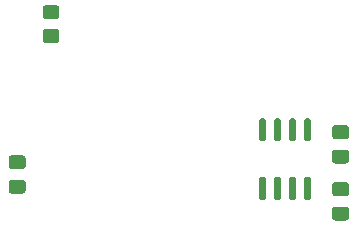
<source format=gbr>
%TF.GenerationSoftware,KiCad,Pcbnew,5.1.9-73d0e3b20d~88~ubuntu20.04.1*%
%TF.CreationDate,2021-04-09T22:55:46+02:00*%
%TF.ProjectId,hardware,68617264-7761-4726-952e-6b696361645f,rev?*%
%TF.SameCoordinates,Original*%
%TF.FileFunction,Paste,Top*%
%TF.FilePolarity,Positive*%
%FSLAX46Y46*%
G04 Gerber Fmt 4.6, Leading zero omitted, Abs format (unit mm)*
G04 Created by KiCad (PCBNEW 5.1.9-73d0e3b20d~88~ubuntu20.04.1) date 2021-04-09 22:55:46*
%MOMM*%
%LPD*%
G01*
G04 APERTURE LIST*
G04 APERTURE END LIST*
%TO.C,C1*%
G36*
G01*
X111412000Y-141187500D02*
X112362000Y-141187500D01*
G75*
G02*
X112612000Y-141437500I0J-250000D01*
G01*
X112612000Y-142112500D01*
G75*
G02*
X112362000Y-142362500I-250000J0D01*
G01*
X111412000Y-142362500D01*
G75*
G02*
X111162000Y-142112500I0J250000D01*
G01*
X111162000Y-141437500D01*
G75*
G02*
X111412000Y-141187500I250000J0D01*
G01*
G37*
G36*
G01*
X111412000Y-139112500D02*
X112362000Y-139112500D01*
G75*
G02*
X112612000Y-139362500I0J-250000D01*
G01*
X112612000Y-140037500D01*
G75*
G02*
X112362000Y-140287500I-250000J0D01*
G01*
X111412000Y-140287500D01*
G75*
G02*
X111162000Y-140037500I0J250000D01*
G01*
X111162000Y-139362500D01*
G75*
G02*
X111412000Y-139112500I250000J0D01*
G01*
G37*
%TD*%
%TO.C,C2*%
G36*
G01*
X112362000Y-137536500D02*
X111412000Y-137536500D01*
G75*
G02*
X111162000Y-137286500I0J250000D01*
G01*
X111162000Y-136611500D01*
G75*
G02*
X111412000Y-136361500I250000J0D01*
G01*
X112362000Y-136361500D01*
G75*
G02*
X112612000Y-136611500I0J-250000D01*
G01*
X112612000Y-137286500D01*
G75*
G02*
X112362000Y-137536500I-250000J0D01*
G01*
G37*
G36*
G01*
X112362000Y-135461500D02*
X111412000Y-135461500D01*
G75*
G02*
X111162000Y-135211500I0J250000D01*
G01*
X111162000Y-134536500D01*
G75*
G02*
X111412000Y-134286500I250000J0D01*
G01*
X112362000Y-134286500D01*
G75*
G02*
X112612000Y-134536500I0J-250000D01*
G01*
X112612000Y-135211500D01*
G75*
G02*
X112362000Y-135461500I-250000J0D01*
G01*
G37*
%TD*%
%TO.C,C3*%
G36*
G01*
X84025000Y-136837500D02*
X84975000Y-136837500D01*
G75*
G02*
X85225000Y-137087500I0J-250000D01*
G01*
X85225000Y-137762500D01*
G75*
G02*
X84975000Y-138012500I-250000J0D01*
G01*
X84025000Y-138012500D01*
G75*
G02*
X83775000Y-137762500I0J250000D01*
G01*
X83775000Y-137087500D01*
G75*
G02*
X84025000Y-136837500I250000J0D01*
G01*
G37*
G36*
G01*
X84025000Y-138912500D02*
X84975000Y-138912500D01*
G75*
G02*
X85225000Y-139162500I0J-250000D01*
G01*
X85225000Y-139837500D01*
G75*
G02*
X84975000Y-140087500I-250000J0D01*
G01*
X84025000Y-140087500D01*
G75*
G02*
X83775000Y-139837500I0J250000D01*
G01*
X83775000Y-139162500D01*
G75*
G02*
X84025000Y-138912500I250000J0D01*
G01*
G37*
%TD*%
%TO.C,R1*%
G36*
G01*
X87826001Y-127330000D02*
X86925999Y-127330000D01*
G75*
G02*
X86676000Y-127080001I0J249999D01*
G01*
X86676000Y-126379999D01*
G75*
G02*
X86925999Y-126130000I249999J0D01*
G01*
X87826001Y-126130000D01*
G75*
G02*
X88076000Y-126379999I0J-249999D01*
G01*
X88076000Y-127080001D01*
G75*
G02*
X87826001Y-127330000I-249999J0D01*
G01*
G37*
G36*
G01*
X87826001Y-125330000D02*
X86925999Y-125330000D01*
G75*
G02*
X86676000Y-125080001I0J249999D01*
G01*
X86676000Y-124379999D01*
G75*
G02*
X86925999Y-124130000I249999J0D01*
G01*
X87826001Y-124130000D01*
G75*
G02*
X88076000Y-124379999I0J-249999D01*
G01*
X88076000Y-125080001D01*
G75*
G02*
X87826001Y-125330000I-249999J0D01*
G01*
G37*
%TD*%
%TO.C,U1*%
G36*
G01*
X108943000Y-138660000D02*
X109243000Y-138660000D01*
G75*
G02*
X109393000Y-138810000I0J-150000D01*
G01*
X109393000Y-140460000D01*
G75*
G02*
X109243000Y-140610000I-150000J0D01*
G01*
X108943000Y-140610000D01*
G75*
G02*
X108793000Y-140460000I0J150000D01*
G01*
X108793000Y-138810000D01*
G75*
G02*
X108943000Y-138660000I150000J0D01*
G01*
G37*
G36*
G01*
X107673000Y-138660000D02*
X107973000Y-138660000D01*
G75*
G02*
X108123000Y-138810000I0J-150000D01*
G01*
X108123000Y-140460000D01*
G75*
G02*
X107973000Y-140610000I-150000J0D01*
G01*
X107673000Y-140610000D01*
G75*
G02*
X107523000Y-140460000I0J150000D01*
G01*
X107523000Y-138810000D01*
G75*
G02*
X107673000Y-138660000I150000J0D01*
G01*
G37*
G36*
G01*
X106403000Y-138660000D02*
X106703000Y-138660000D01*
G75*
G02*
X106853000Y-138810000I0J-150000D01*
G01*
X106853000Y-140460000D01*
G75*
G02*
X106703000Y-140610000I-150000J0D01*
G01*
X106403000Y-140610000D01*
G75*
G02*
X106253000Y-140460000I0J150000D01*
G01*
X106253000Y-138810000D01*
G75*
G02*
X106403000Y-138660000I150000J0D01*
G01*
G37*
G36*
G01*
X105133000Y-138660000D02*
X105433000Y-138660000D01*
G75*
G02*
X105583000Y-138810000I0J-150000D01*
G01*
X105583000Y-140460000D01*
G75*
G02*
X105433000Y-140610000I-150000J0D01*
G01*
X105133000Y-140610000D01*
G75*
G02*
X104983000Y-140460000I0J150000D01*
G01*
X104983000Y-138810000D01*
G75*
G02*
X105133000Y-138660000I150000J0D01*
G01*
G37*
G36*
G01*
X105133000Y-133710000D02*
X105433000Y-133710000D01*
G75*
G02*
X105583000Y-133860000I0J-150000D01*
G01*
X105583000Y-135510000D01*
G75*
G02*
X105433000Y-135660000I-150000J0D01*
G01*
X105133000Y-135660000D01*
G75*
G02*
X104983000Y-135510000I0J150000D01*
G01*
X104983000Y-133860000D01*
G75*
G02*
X105133000Y-133710000I150000J0D01*
G01*
G37*
G36*
G01*
X106403000Y-133710000D02*
X106703000Y-133710000D01*
G75*
G02*
X106853000Y-133860000I0J-150000D01*
G01*
X106853000Y-135510000D01*
G75*
G02*
X106703000Y-135660000I-150000J0D01*
G01*
X106403000Y-135660000D01*
G75*
G02*
X106253000Y-135510000I0J150000D01*
G01*
X106253000Y-133860000D01*
G75*
G02*
X106403000Y-133710000I150000J0D01*
G01*
G37*
G36*
G01*
X107673000Y-133710000D02*
X107973000Y-133710000D01*
G75*
G02*
X108123000Y-133860000I0J-150000D01*
G01*
X108123000Y-135510000D01*
G75*
G02*
X107973000Y-135660000I-150000J0D01*
G01*
X107673000Y-135660000D01*
G75*
G02*
X107523000Y-135510000I0J150000D01*
G01*
X107523000Y-133860000D01*
G75*
G02*
X107673000Y-133710000I150000J0D01*
G01*
G37*
G36*
G01*
X108943000Y-133710000D02*
X109243000Y-133710000D01*
G75*
G02*
X109393000Y-133860000I0J-150000D01*
G01*
X109393000Y-135510000D01*
G75*
G02*
X109243000Y-135660000I-150000J0D01*
G01*
X108943000Y-135660000D01*
G75*
G02*
X108793000Y-135510000I0J150000D01*
G01*
X108793000Y-133860000D01*
G75*
G02*
X108943000Y-133710000I150000J0D01*
G01*
G37*
%TD*%
M02*

</source>
